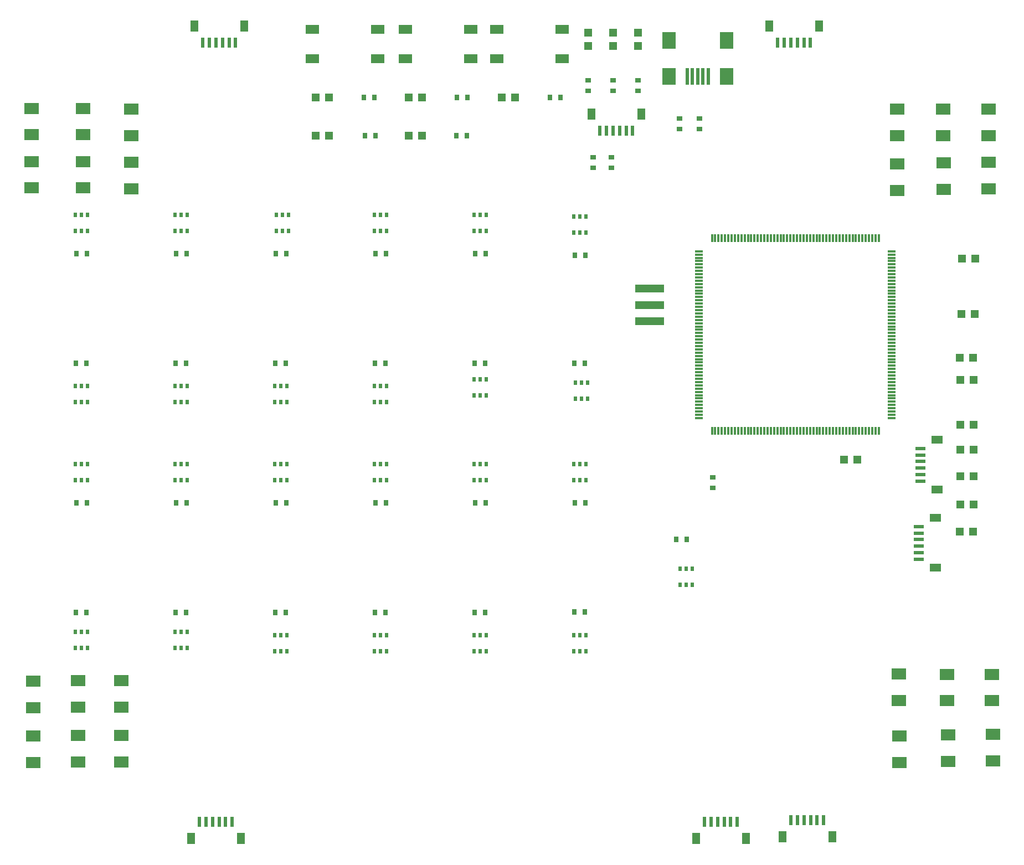
<source format=gtp>
G04 Layer_Color=8421504*
%FSAX25Y25*%
%MOIN*%
G70*
G01*
G75*
%ADD10R,0.07087X0.04724*%
%ADD11R,0.06299X0.02362*%
%ADD12R,0.04724X0.07087*%
%ADD13R,0.02362X0.06299*%
%ADD14R,0.05000X0.04500*%
%ADD15R,0.03800X0.03100*%
%ADD16R,0.03100X0.03800*%
%ADD17R,0.08504X0.07008*%
%ADD18R,0.08268X0.05512*%
%ADD19R,0.17323X0.04724*%
%ADD20R,0.04500X0.05000*%
%ADD21R,0.07874X0.09843*%
%ADD22R,0.01969X0.09843*%
%ADD23R,0.02165X0.03150*%
%ADD24R,0.01181X0.04724*%
%ADD25R,0.04724X0.01181*%
D10*
X0656000Y0315000D02*
D03*
Y0344921D02*
D03*
X0655000Y0268000D02*
D03*
Y0297921D02*
D03*
D11*
X0645961Y0339803D02*
D03*
Y0335866D02*
D03*
Y0331929D02*
D03*
Y0327992D02*
D03*
Y0324055D02*
D03*
Y0320118D02*
D03*
X0644961Y0292803D02*
D03*
Y0288866D02*
D03*
Y0284929D02*
D03*
Y0280992D02*
D03*
Y0277055D02*
D03*
Y0273118D02*
D03*
D12*
X0478000Y0541000D02*
D03*
X0448079D02*
D03*
X0239000Y0594000D02*
D03*
X0209079D02*
D03*
X0555079D02*
D03*
X0585000D02*
D03*
X0207000Y0105000D02*
D03*
X0236921D02*
D03*
X0592921Y0106000D02*
D03*
X0563000D02*
D03*
X0511000Y0105000D02*
D03*
X0540921D02*
D03*
D13*
X0453197Y0530961D02*
D03*
X0457134D02*
D03*
X0461071D02*
D03*
X0465008D02*
D03*
X0468945D02*
D03*
X0472882D02*
D03*
X0214197Y0583961D02*
D03*
X0218134D02*
D03*
X0222071D02*
D03*
X0226008D02*
D03*
X0229945D02*
D03*
X0233882D02*
D03*
X0579882D02*
D03*
X0575945D02*
D03*
X0572008D02*
D03*
X0568071D02*
D03*
X0564134D02*
D03*
X0560197D02*
D03*
X0231803Y0115039D02*
D03*
X0227866D02*
D03*
X0223929D02*
D03*
X0219992D02*
D03*
X0216055D02*
D03*
X0212118D02*
D03*
X0568118Y0116039D02*
D03*
X0572055D02*
D03*
X0575992D02*
D03*
X0579929D02*
D03*
X0583866D02*
D03*
X0587803D02*
D03*
X0535803Y0115039D02*
D03*
X0531866D02*
D03*
X0527929D02*
D03*
X0523992D02*
D03*
X0520055D02*
D03*
X0516118D02*
D03*
D14*
X0346000Y0528000D02*
D03*
X0338000D02*
D03*
X0290000D02*
D03*
X0282000D02*
D03*
X0670858Y0420722D02*
D03*
X0678858D02*
D03*
X0394000Y0551000D02*
D03*
X0402000D02*
D03*
X0338000D02*
D03*
X0346000D02*
D03*
X0600000Y0333000D02*
D03*
X0608000D02*
D03*
X0282000Y0551000D02*
D03*
X0290000D02*
D03*
X0669795Y0289635D02*
D03*
X0677795D02*
D03*
X0670000Y0306000D02*
D03*
X0678000D02*
D03*
X0670000Y0323000D02*
D03*
X0678000D02*
D03*
X0670000Y0339000D02*
D03*
X0678000D02*
D03*
X0670000Y0354000D02*
D03*
X0678000D02*
D03*
X0670000Y0381000D02*
D03*
X0678000D02*
D03*
X0669795Y0394351D02*
D03*
X0677795D02*
D03*
X0671000Y0454000D02*
D03*
X0679000D02*
D03*
D15*
X0460000Y0508700D02*
D03*
Y0515000D02*
D03*
X0449000Y0508700D02*
D03*
Y0515000D02*
D03*
X0476000Y0555000D02*
D03*
Y0561300D02*
D03*
X0461000Y0555000D02*
D03*
Y0561300D02*
D03*
X0446000Y0555000D02*
D03*
Y0561300D02*
D03*
X0501000Y0532000D02*
D03*
Y0538300D02*
D03*
X0513000Y0532000D02*
D03*
Y0538300D02*
D03*
X0521000Y0316000D02*
D03*
Y0322300D02*
D03*
D16*
X0366700Y0528000D02*
D03*
X0373000D02*
D03*
X0311700D02*
D03*
X0318000D02*
D03*
X0499000Y0285000D02*
D03*
X0505300D02*
D03*
X0258000Y0307000D02*
D03*
X0264300D02*
D03*
X0324000Y0391000D02*
D03*
X0317700D02*
D03*
X0384000D02*
D03*
X0377700D02*
D03*
X0444000D02*
D03*
X0437700D02*
D03*
X0318000Y0457000D02*
D03*
X0324300D02*
D03*
X0378000D02*
D03*
X0384300D02*
D03*
X0438000Y0456000D02*
D03*
X0444300D02*
D03*
X0138000Y0457000D02*
D03*
X0144300D02*
D03*
X0204000Y0391000D02*
D03*
X0197700D02*
D03*
X0264000D02*
D03*
X0257700D02*
D03*
X0144000D02*
D03*
X0137700D02*
D03*
X0198000Y0457000D02*
D03*
X0204300D02*
D03*
X0258000D02*
D03*
X0264300D02*
D03*
X0423000Y0551000D02*
D03*
X0429300D02*
D03*
X0367000D02*
D03*
X0373300D02*
D03*
X0324000Y0241000D02*
D03*
X0317700D02*
D03*
X0384000D02*
D03*
X0377700D02*
D03*
X0444000Y0241228D02*
D03*
X0437700D02*
D03*
X0311000Y0551000D02*
D03*
X0317300D02*
D03*
X0318000Y0307000D02*
D03*
X0324300D02*
D03*
X0378000D02*
D03*
X0384300D02*
D03*
X0438000D02*
D03*
X0444300D02*
D03*
X0144000Y0241000D02*
D03*
X0137700D02*
D03*
X0204000D02*
D03*
X0197700D02*
D03*
X0264000D02*
D03*
X0257700D02*
D03*
X0138000Y0307000D02*
D03*
X0144300D02*
D03*
X0198000D02*
D03*
X0204300D02*
D03*
D17*
X0112213Y0166602D02*
D03*
Y0150657D02*
D03*
Y0199602D02*
D03*
Y0183657D02*
D03*
X0142000Y0544500D02*
D03*
Y0528555D02*
D03*
X0111000Y0544500D02*
D03*
Y0528555D02*
D03*
Y0512500D02*
D03*
Y0496555D02*
D03*
X0142000Y0512500D02*
D03*
Y0496555D02*
D03*
X0171000Y0511945D02*
D03*
Y0496000D02*
D03*
Y0543945D02*
D03*
Y0528000D02*
D03*
X0659819Y0543949D02*
D03*
Y0528004D02*
D03*
X0632000Y0544000D02*
D03*
Y0528055D02*
D03*
Y0511000D02*
D03*
Y0495055D02*
D03*
X0660000Y0511768D02*
D03*
Y0495823D02*
D03*
X0687000Y0512000D02*
D03*
Y0496055D02*
D03*
Y0544000D02*
D03*
Y0528055D02*
D03*
X0688981Y0187886D02*
D03*
Y0203831D02*
D03*
X0661981Y0187886D02*
D03*
Y0203831D02*
D03*
X0633000Y0188000D02*
D03*
Y0203945D02*
D03*
X0689611Y0151615D02*
D03*
Y0167559D02*
D03*
X0662709Y0151536D02*
D03*
Y0167481D02*
D03*
X0633362Y0150807D02*
D03*
Y0166752D02*
D03*
X0139000Y0166945D02*
D03*
Y0151000D02*
D03*
Y0199945D02*
D03*
Y0184000D02*
D03*
X0165000Y0199945D02*
D03*
Y0184000D02*
D03*
Y0166945D02*
D03*
Y0151000D02*
D03*
D18*
X0430370Y0574283D02*
D03*
X0391000D02*
D03*
X0430370Y0592000D02*
D03*
X0391000D02*
D03*
X0336000D02*
D03*
X0375370D02*
D03*
X0336000Y0574283D02*
D03*
X0375370D02*
D03*
X0319370D02*
D03*
X0280000D02*
D03*
X0319370Y0592000D02*
D03*
X0280000D02*
D03*
D19*
X0483000Y0436000D02*
D03*
Y0426157D02*
D03*
Y0416315D02*
D03*
D20*
X0476000Y0590000D02*
D03*
Y0582000D02*
D03*
X0461000Y0590000D02*
D03*
Y0582000D02*
D03*
X0446000Y0590000D02*
D03*
Y0582000D02*
D03*
D21*
X0529323Y0585398D02*
D03*
X0494677D02*
D03*
X0529323Y0563744D02*
D03*
X0494677D02*
D03*
D22*
X0518299D02*
D03*
X0505701D02*
D03*
X0512000D02*
D03*
X0515150D02*
D03*
X0508850D02*
D03*
D23*
X0377260Y0320772D02*
D03*
Y0330220D02*
D03*
X0384740Y0320772D02*
D03*
Y0330220D02*
D03*
X0381000Y0320772D02*
D03*
Y0330220D02*
D03*
X0137260Y0470772D02*
D03*
Y0480220D02*
D03*
X0144740Y0470772D02*
D03*
Y0480220D02*
D03*
X0141000Y0470772D02*
D03*
Y0480220D02*
D03*
X0438260Y0369772D02*
D03*
Y0379220D02*
D03*
X0445740Y0369772D02*
D03*
Y0379220D02*
D03*
X0442000Y0369772D02*
D03*
Y0379220D02*
D03*
X0317260Y0320772D02*
D03*
Y0330220D02*
D03*
X0324740Y0320772D02*
D03*
Y0330220D02*
D03*
X0321000Y0320772D02*
D03*
Y0330220D02*
D03*
X0258260Y0470772D02*
D03*
Y0480220D02*
D03*
X0265740Y0470772D02*
D03*
Y0480220D02*
D03*
X0262000Y0470772D02*
D03*
Y0480220D02*
D03*
X0377260Y0371772D02*
D03*
Y0381220D02*
D03*
X0384740Y0371772D02*
D03*
Y0381220D02*
D03*
X0381000Y0371772D02*
D03*
Y0381220D02*
D03*
X0257260Y0217772D02*
D03*
Y0227220D02*
D03*
X0264740Y0217772D02*
D03*
Y0227220D02*
D03*
X0261000Y0217772D02*
D03*
Y0227220D02*
D03*
X0197260Y0470772D02*
D03*
Y0480220D02*
D03*
X0204740Y0470772D02*
D03*
Y0480220D02*
D03*
X0201000Y0470772D02*
D03*
Y0480220D02*
D03*
X0317260Y0367772D02*
D03*
Y0377220D02*
D03*
X0324740Y0367772D02*
D03*
Y0377220D02*
D03*
X0321000Y0367772D02*
D03*
Y0377220D02*
D03*
X0197260Y0219772D02*
D03*
Y0229220D02*
D03*
X0204740Y0219772D02*
D03*
Y0229220D02*
D03*
X0201000Y0219772D02*
D03*
Y0229220D02*
D03*
X0137260Y0367772D02*
D03*
Y0377220D02*
D03*
X0144740Y0367772D02*
D03*
Y0377220D02*
D03*
X0141000Y0367772D02*
D03*
Y0377220D02*
D03*
X0437260Y0469772D02*
D03*
Y0479220D02*
D03*
X0444740Y0469772D02*
D03*
Y0479220D02*
D03*
X0441000Y0469772D02*
D03*
Y0479220D02*
D03*
X0137260Y0219772D02*
D03*
Y0229220D02*
D03*
X0144740Y0219772D02*
D03*
Y0229220D02*
D03*
X0141000Y0219772D02*
D03*
Y0229220D02*
D03*
X0437260Y0217772D02*
D03*
Y0227220D02*
D03*
X0444740Y0217772D02*
D03*
Y0227220D02*
D03*
X0441000Y0217772D02*
D03*
Y0227220D02*
D03*
X0377260Y0470772D02*
D03*
Y0480220D02*
D03*
X0384740Y0470772D02*
D03*
Y0480220D02*
D03*
X0381000Y0470772D02*
D03*
Y0480220D02*
D03*
X0257260Y0320772D02*
D03*
Y0330220D02*
D03*
X0264740Y0320772D02*
D03*
Y0330220D02*
D03*
X0261000Y0320772D02*
D03*
Y0330220D02*
D03*
X0317260Y0470772D02*
D03*
Y0480220D02*
D03*
X0324740Y0470772D02*
D03*
Y0480220D02*
D03*
X0321000Y0470772D02*
D03*
Y0480220D02*
D03*
X0197260Y0320772D02*
D03*
Y0330220D02*
D03*
X0204740Y0320772D02*
D03*
Y0330220D02*
D03*
X0201000Y0320772D02*
D03*
Y0330220D02*
D03*
X0317260Y0217772D02*
D03*
Y0227220D02*
D03*
X0324740Y0217772D02*
D03*
Y0227220D02*
D03*
X0321000Y0217772D02*
D03*
Y0227220D02*
D03*
X0257260Y0367772D02*
D03*
Y0377220D02*
D03*
X0264740Y0367772D02*
D03*
Y0377220D02*
D03*
X0261000Y0367772D02*
D03*
Y0377220D02*
D03*
X0137260Y0320772D02*
D03*
Y0330220D02*
D03*
X0144740Y0320772D02*
D03*
Y0330220D02*
D03*
X0141000Y0320772D02*
D03*
Y0330220D02*
D03*
X0437260Y0320772D02*
D03*
Y0330220D02*
D03*
X0444740Y0320772D02*
D03*
Y0330220D02*
D03*
X0441000Y0320772D02*
D03*
Y0330220D02*
D03*
X0197260Y0367772D02*
D03*
Y0377220D02*
D03*
X0204740Y0367772D02*
D03*
Y0377220D02*
D03*
X0201000Y0367772D02*
D03*
Y0377220D02*
D03*
X0501260Y0257772D02*
D03*
Y0267220D02*
D03*
X0508740Y0257772D02*
D03*
Y0267220D02*
D03*
X0505000Y0257772D02*
D03*
Y0267220D02*
D03*
X0377260Y0217772D02*
D03*
Y0227220D02*
D03*
X0384740Y0217772D02*
D03*
Y0227220D02*
D03*
X0381000Y0217772D02*
D03*
Y0227220D02*
D03*
D24*
X0520591Y0466362D02*
D03*
X0522559D02*
D03*
X0524528D02*
D03*
X0526496D02*
D03*
X0528465D02*
D03*
X0530433D02*
D03*
X0532402D02*
D03*
X0534370D02*
D03*
X0536339D02*
D03*
X0538307D02*
D03*
X0540276D02*
D03*
X0542244D02*
D03*
X0544213D02*
D03*
X0546181D02*
D03*
X0548150D02*
D03*
X0550118D02*
D03*
X0552087D02*
D03*
X0554055D02*
D03*
X0556024D02*
D03*
X0557992D02*
D03*
X0559961D02*
D03*
X0561929D02*
D03*
X0563898D02*
D03*
X0565866D02*
D03*
X0567835D02*
D03*
X0569803D02*
D03*
X0571772D02*
D03*
X0573740D02*
D03*
X0575709D02*
D03*
X0577677D02*
D03*
X0579646D02*
D03*
X0581614D02*
D03*
X0583583D02*
D03*
X0585551D02*
D03*
X0587520D02*
D03*
X0589488D02*
D03*
X0591457D02*
D03*
X0593425D02*
D03*
X0595394D02*
D03*
X0597362D02*
D03*
X0599331D02*
D03*
X0601299D02*
D03*
X0603268D02*
D03*
X0605236D02*
D03*
X0607205D02*
D03*
X0609173D02*
D03*
X0611142D02*
D03*
X0613110D02*
D03*
X0615079D02*
D03*
X0617047D02*
D03*
X0619016D02*
D03*
X0620984D02*
D03*
Y0350220D02*
D03*
X0619016D02*
D03*
X0617047D02*
D03*
X0615079D02*
D03*
X0613110D02*
D03*
X0611142D02*
D03*
X0609173D02*
D03*
X0607205D02*
D03*
X0605236D02*
D03*
X0603268D02*
D03*
X0601299D02*
D03*
X0599331D02*
D03*
X0597362D02*
D03*
X0595394D02*
D03*
X0593425D02*
D03*
X0591457D02*
D03*
X0589488D02*
D03*
X0587520D02*
D03*
X0585551D02*
D03*
X0583583D02*
D03*
X0581614D02*
D03*
X0579646D02*
D03*
X0577677D02*
D03*
X0575709D02*
D03*
X0573740D02*
D03*
X0571772D02*
D03*
X0569803D02*
D03*
X0567835D02*
D03*
X0565866D02*
D03*
X0563898D02*
D03*
X0561929D02*
D03*
X0559961D02*
D03*
X0557992D02*
D03*
X0556024D02*
D03*
X0554055D02*
D03*
X0552087D02*
D03*
X0550118D02*
D03*
X0548150D02*
D03*
X0546181D02*
D03*
X0544213D02*
D03*
X0542244D02*
D03*
X0540276D02*
D03*
X0538307D02*
D03*
X0536339D02*
D03*
X0534370D02*
D03*
X0532402D02*
D03*
X0530433D02*
D03*
X0528465D02*
D03*
X0526496D02*
D03*
X0524528D02*
D03*
X0522559D02*
D03*
X0520591D02*
D03*
D25*
X0628858Y0458488D02*
D03*
Y0456520D02*
D03*
Y0454551D02*
D03*
Y0452583D02*
D03*
Y0450614D02*
D03*
Y0448646D02*
D03*
Y0446677D02*
D03*
Y0444709D02*
D03*
Y0442740D02*
D03*
Y0440772D02*
D03*
Y0438803D02*
D03*
Y0436835D02*
D03*
Y0434866D02*
D03*
Y0432898D02*
D03*
Y0430929D02*
D03*
Y0428961D02*
D03*
Y0426992D02*
D03*
Y0425024D02*
D03*
Y0423055D02*
D03*
Y0421087D02*
D03*
Y0419118D02*
D03*
Y0417150D02*
D03*
Y0415181D02*
D03*
Y0413213D02*
D03*
Y0411244D02*
D03*
Y0409276D02*
D03*
Y0407307D02*
D03*
Y0405339D02*
D03*
Y0403370D02*
D03*
Y0401402D02*
D03*
Y0399433D02*
D03*
Y0397465D02*
D03*
Y0395496D02*
D03*
Y0393528D02*
D03*
Y0391559D02*
D03*
Y0389591D02*
D03*
Y0387622D02*
D03*
Y0385654D02*
D03*
Y0383685D02*
D03*
Y0381717D02*
D03*
Y0379748D02*
D03*
Y0377780D02*
D03*
Y0375811D02*
D03*
Y0373843D02*
D03*
Y0371874D02*
D03*
Y0369906D02*
D03*
Y0367937D02*
D03*
Y0365969D02*
D03*
Y0364000D02*
D03*
Y0362032D02*
D03*
Y0360063D02*
D03*
Y0358094D02*
D03*
X0512717D02*
D03*
Y0360063D02*
D03*
Y0362032D02*
D03*
Y0364000D02*
D03*
Y0365969D02*
D03*
Y0367937D02*
D03*
Y0369906D02*
D03*
Y0371874D02*
D03*
Y0373843D02*
D03*
Y0375811D02*
D03*
Y0377780D02*
D03*
Y0379748D02*
D03*
Y0381717D02*
D03*
Y0383685D02*
D03*
Y0385654D02*
D03*
Y0387622D02*
D03*
Y0389591D02*
D03*
Y0391559D02*
D03*
Y0393528D02*
D03*
Y0395496D02*
D03*
Y0397465D02*
D03*
Y0399433D02*
D03*
Y0401402D02*
D03*
Y0403370D02*
D03*
Y0405339D02*
D03*
Y0407307D02*
D03*
Y0409276D02*
D03*
Y0411244D02*
D03*
Y0413213D02*
D03*
Y0415181D02*
D03*
Y0417150D02*
D03*
Y0419118D02*
D03*
Y0421087D02*
D03*
Y0423055D02*
D03*
Y0425024D02*
D03*
Y0426992D02*
D03*
Y0428961D02*
D03*
Y0430929D02*
D03*
Y0432898D02*
D03*
Y0434866D02*
D03*
Y0436835D02*
D03*
Y0438803D02*
D03*
Y0440772D02*
D03*
Y0442740D02*
D03*
Y0444709D02*
D03*
Y0446677D02*
D03*
Y0448646D02*
D03*
Y0450614D02*
D03*
Y0452583D02*
D03*
Y0454551D02*
D03*
Y0456520D02*
D03*
Y0458488D02*
D03*
M02*

</source>
